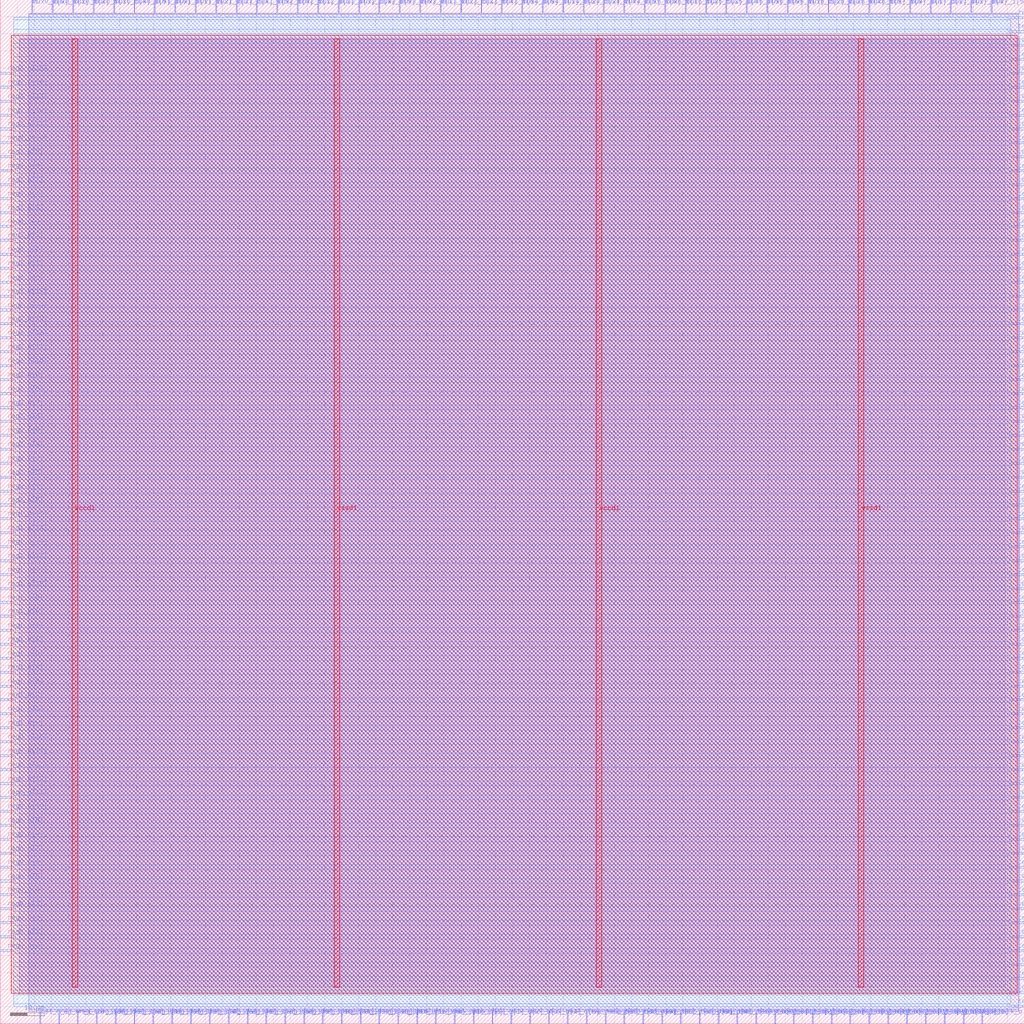
<source format=lef>
VERSION 5.7 ;
  NOWIREEXTENSIONATPIN ON ;
  DIVIDERCHAR "/" ;
  BUSBITCHARS "[]" ;
MACRO config_reg_mux
  CLASS BLOCK ;
  FOREIGN config_reg_mux ;
  ORIGIN 0.000 0.000 ;
  SIZE 300.000 BY 300.000 ;
  PIN loopback_i
    DIRECTION INPUT ;
    USE SIGNAL ;
    PORT
      LAYER met2 ;
        RECT 282.070 0.000 282.350 4.000 ;
    END
  END loopback_i
  PIN loopback_o
    DIRECTION OUTPUT TRISTATE ;
    USE SIGNAL ;
    PORT
      LAYER met2 ;
        RECT 287.590 0.000 287.870 4.000 ;
    END
  END loopback_o
  PIN mux0_i[0]
    DIRECTION INPUT ;
    USE SIGNAL ;
    PORT
      LAYER met2 ;
        RECT 9.290 296.000 9.570 300.000 ;
    END
  END mux0_i[0]
  PIN mux0_i[1]
    DIRECTION INPUT ;
    USE SIGNAL ;
    PORT
      LAYER met2 ;
        RECT 15.270 296.000 15.550 300.000 ;
    END
  END mux0_i[1]
  PIN mux0_i[2]
    DIRECTION INPUT ;
    USE SIGNAL ;
    PORT
      LAYER met2 ;
        RECT 21.250 296.000 21.530 300.000 ;
    END
  END mux0_i[2]
  PIN mux0_i[3]
    DIRECTION INPUT ;
    USE SIGNAL ;
    PORT
      LAYER met2 ;
        RECT 27.230 296.000 27.510 300.000 ;
    END
  END mux0_i[3]
  PIN mux0_i[4]
    DIRECTION INPUT ;
    USE SIGNAL ;
    PORT
      LAYER met2 ;
        RECT 33.210 296.000 33.490 300.000 ;
    END
  END mux0_i[4]
  PIN mux0_i[5]
    DIRECTION INPUT ;
    USE SIGNAL ;
    PORT
      LAYER met2 ;
        RECT 39.190 296.000 39.470 300.000 ;
    END
  END mux0_i[5]
  PIN mux1_i[0]
    DIRECTION INPUT ;
    USE SIGNAL ;
    PORT
      LAYER met2 ;
        RECT 45.170 296.000 45.450 300.000 ;
    END
  END mux1_i[0]
  PIN mux1_i[1]
    DIRECTION INPUT ;
    USE SIGNAL ;
    PORT
      LAYER met2 ;
        RECT 51.150 296.000 51.430 300.000 ;
    END
  END mux1_i[1]
  PIN mux1_i[2]
    DIRECTION INPUT ;
    USE SIGNAL ;
    PORT
      LAYER met2 ;
        RECT 57.130 296.000 57.410 300.000 ;
    END
  END mux1_i[2]
  PIN mux1_i[3]
    DIRECTION INPUT ;
    USE SIGNAL ;
    PORT
      LAYER met2 ;
        RECT 63.110 296.000 63.390 300.000 ;
    END
  END mux1_i[3]
  PIN mux1_i[4]
    DIRECTION INPUT ;
    USE SIGNAL ;
    PORT
      LAYER met2 ;
        RECT 69.090 296.000 69.370 300.000 ;
    END
  END mux1_i[4]
  PIN mux1_i[5]
    DIRECTION INPUT ;
    USE SIGNAL ;
    PORT
      LAYER met2 ;
        RECT 75.070 296.000 75.350 300.000 ;
    END
  END mux1_i[5]
  PIN mux2_i[0]
    DIRECTION INPUT ;
    USE SIGNAL ;
    PORT
      LAYER met2 ;
        RECT 81.050 296.000 81.330 300.000 ;
    END
  END mux2_i[0]
  PIN mux2_i[1]
    DIRECTION INPUT ;
    USE SIGNAL ;
    PORT
      LAYER met2 ;
        RECT 87.030 296.000 87.310 300.000 ;
    END
  END mux2_i[1]
  PIN mux2_i[2]
    DIRECTION INPUT ;
    USE SIGNAL ;
    PORT
      LAYER met2 ;
        RECT 93.010 296.000 93.290 300.000 ;
    END
  END mux2_i[2]
  PIN mux2_i[3]
    DIRECTION INPUT ;
    USE SIGNAL ;
    PORT
      LAYER met2 ;
        RECT 98.990 296.000 99.270 300.000 ;
    END
  END mux2_i[3]
  PIN mux2_i[4]
    DIRECTION INPUT ;
    USE SIGNAL ;
    PORT
      LAYER met2 ;
        RECT 104.970 296.000 105.250 300.000 ;
    END
  END mux2_i[4]
  PIN mux2_i[5]
    DIRECTION INPUT ;
    USE SIGNAL ;
    PORT
      LAYER met2 ;
        RECT 110.950 296.000 111.230 300.000 ;
    END
  END mux2_i[5]
  PIN mux3_i[0]
    DIRECTION INPUT ;
    USE SIGNAL ;
    PORT
      LAYER met2 ;
        RECT 116.930 296.000 117.210 300.000 ;
    END
  END mux3_i[0]
  PIN mux3_i[1]
    DIRECTION INPUT ;
    USE SIGNAL ;
    PORT
      LAYER met2 ;
        RECT 122.910 296.000 123.190 300.000 ;
    END
  END mux3_i[1]
  PIN mux3_i[2]
    DIRECTION INPUT ;
    USE SIGNAL ;
    PORT
      LAYER met2 ;
        RECT 128.890 296.000 129.170 300.000 ;
    END
  END mux3_i[2]
  PIN mux3_i[3]
    DIRECTION INPUT ;
    USE SIGNAL ;
    PORT
      LAYER met2 ;
        RECT 134.870 296.000 135.150 300.000 ;
    END
  END mux3_i[3]
  PIN mux3_i[4]
    DIRECTION INPUT ;
    USE SIGNAL ;
    PORT
      LAYER met2 ;
        RECT 140.850 296.000 141.130 300.000 ;
    END
  END mux3_i[4]
  PIN mux3_i[5]
    DIRECTION INPUT ;
    USE SIGNAL ;
    PORT
      LAYER met2 ;
        RECT 146.830 296.000 147.110 300.000 ;
    END
  END mux3_i[5]
  PIN mux4_i[0]
    DIRECTION INPUT ;
    USE SIGNAL ;
    PORT
      LAYER met2 ;
        RECT 152.810 296.000 153.090 300.000 ;
    END
  END mux4_i[0]
  PIN mux4_i[1]
    DIRECTION INPUT ;
    USE SIGNAL ;
    PORT
      LAYER met2 ;
        RECT 158.790 296.000 159.070 300.000 ;
    END
  END mux4_i[1]
  PIN mux4_i[2]
    DIRECTION INPUT ;
    USE SIGNAL ;
    PORT
      LAYER met2 ;
        RECT 164.770 296.000 165.050 300.000 ;
    END
  END mux4_i[2]
  PIN mux4_i[3]
    DIRECTION INPUT ;
    USE SIGNAL ;
    PORT
      LAYER met2 ;
        RECT 170.750 296.000 171.030 300.000 ;
    END
  END mux4_i[3]
  PIN mux4_i[4]
    DIRECTION INPUT ;
    USE SIGNAL ;
    PORT
      LAYER met2 ;
        RECT 176.730 296.000 177.010 300.000 ;
    END
  END mux4_i[4]
  PIN mux4_i[5]
    DIRECTION INPUT ;
    USE SIGNAL ;
    PORT
      LAYER met2 ;
        RECT 182.710 296.000 182.990 300.000 ;
    END
  END mux4_i[5]
  PIN mux5_i[0]
    DIRECTION INPUT ;
    USE SIGNAL ;
    PORT
      LAYER met2 ;
        RECT 188.690 296.000 188.970 300.000 ;
    END
  END mux5_i[0]
  PIN mux5_i[1]
    DIRECTION INPUT ;
    USE SIGNAL ;
    PORT
      LAYER met2 ;
        RECT 194.670 296.000 194.950 300.000 ;
    END
  END mux5_i[1]
  PIN mux5_i[2]
    DIRECTION INPUT ;
    USE SIGNAL ;
    PORT
      LAYER met2 ;
        RECT 200.650 296.000 200.930 300.000 ;
    END
  END mux5_i[2]
  PIN mux5_i[3]
    DIRECTION INPUT ;
    USE SIGNAL ;
    PORT
      LAYER met2 ;
        RECT 206.630 296.000 206.910 300.000 ;
    END
  END mux5_i[3]
  PIN mux5_i[4]
    DIRECTION INPUT ;
    USE SIGNAL ;
    PORT
      LAYER met2 ;
        RECT 212.610 296.000 212.890 300.000 ;
    END
  END mux5_i[4]
  PIN mux5_i[5]
    DIRECTION INPUT ;
    USE SIGNAL ;
    PORT
      LAYER met2 ;
        RECT 218.590 296.000 218.870 300.000 ;
    END
  END mux5_i[5]
  PIN mux6_i[0]
    DIRECTION INPUT ;
    USE SIGNAL ;
    PORT
      LAYER met2 ;
        RECT 224.570 296.000 224.850 300.000 ;
    END
  END mux6_i[0]
  PIN mux6_i[1]
    DIRECTION INPUT ;
    USE SIGNAL ;
    PORT
      LAYER met2 ;
        RECT 230.550 296.000 230.830 300.000 ;
    END
  END mux6_i[1]
  PIN mux6_i[2]
    DIRECTION INPUT ;
    USE SIGNAL ;
    PORT
      LAYER met2 ;
        RECT 236.530 296.000 236.810 300.000 ;
    END
  END mux6_i[2]
  PIN mux6_i[3]
    DIRECTION INPUT ;
    USE SIGNAL ;
    PORT
      LAYER met2 ;
        RECT 242.510 296.000 242.790 300.000 ;
    END
  END mux6_i[3]
  PIN mux6_i[4]
    DIRECTION INPUT ;
    USE SIGNAL ;
    PORT
      LAYER met2 ;
        RECT 248.490 296.000 248.770 300.000 ;
    END
  END mux6_i[4]
  PIN mux6_i[5]
    DIRECTION INPUT ;
    USE SIGNAL ;
    PORT
      LAYER met2 ;
        RECT 254.470 296.000 254.750 300.000 ;
    END
  END mux6_i[5]
  PIN mux7_i[0]
    DIRECTION INPUT ;
    USE SIGNAL ;
    PORT
      LAYER met2 ;
        RECT 260.450 296.000 260.730 300.000 ;
    END
  END mux7_i[0]
  PIN mux7_i[1]
    DIRECTION INPUT ;
    USE SIGNAL ;
    PORT
      LAYER met2 ;
        RECT 266.430 296.000 266.710 300.000 ;
    END
  END mux7_i[1]
  PIN mux7_i[2]
    DIRECTION INPUT ;
    USE SIGNAL ;
    PORT
      LAYER met2 ;
        RECT 272.410 296.000 272.690 300.000 ;
    END
  END mux7_i[2]
  PIN mux7_i[3]
    DIRECTION INPUT ;
    USE SIGNAL ;
    PORT
      LAYER met2 ;
        RECT 278.390 296.000 278.670 300.000 ;
    END
  END mux7_i[3]
  PIN mux7_i[4]
    DIRECTION INPUT ;
    USE SIGNAL ;
    PORT
      LAYER met2 ;
        RECT 284.370 296.000 284.650 300.000 ;
    END
  END mux7_i[4]
  PIN mux7_i[5]
    DIRECTION INPUT ;
    USE SIGNAL ;
    PORT
      LAYER met2 ;
        RECT 290.350 296.000 290.630 300.000 ;
    END
  END mux7_i[5]
  PIN mux_adr_i[0]
    DIRECTION INPUT ;
    USE SIGNAL ;
    PORT
      LAYER met2 ;
        RECT 121.990 0.000 122.270 4.000 ;
    END
  END mux_adr_i[0]
  PIN mux_adr_i[1]
    DIRECTION INPUT ;
    USE SIGNAL ;
    PORT
      LAYER met2 ;
        RECT 127.510 0.000 127.790 4.000 ;
    END
  END mux_adr_i[1]
  PIN mux_adr_i[2]
    DIRECTION INPUT ;
    USE SIGNAL ;
    PORT
      LAYER met2 ;
        RECT 133.030 0.000 133.310 4.000 ;
    END
  END mux_adr_i[2]
  PIN mux_o[0]
    DIRECTION OUTPUT TRISTATE ;
    USE SIGNAL ;
    PORT
      LAYER met2 ;
        RECT 138.550 0.000 138.830 4.000 ;
    END
  END mux_o[0]
  PIN mux_o[1]
    DIRECTION OUTPUT TRISTATE ;
    USE SIGNAL ;
    PORT
      LAYER met2 ;
        RECT 144.070 0.000 144.350 4.000 ;
    END
  END mux_o[1]
  PIN mux_o[2]
    DIRECTION OUTPUT TRISTATE ;
    USE SIGNAL ;
    PORT
      LAYER met2 ;
        RECT 149.590 0.000 149.870 4.000 ;
    END
  END mux_o[2]
  PIN mux_o[3]
    DIRECTION OUTPUT TRISTATE ;
    USE SIGNAL ;
    PORT
      LAYER met2 ;
        RECT 155.110 0.000 155.390 4.000 ;
    END
  END mux_o[3]
  PIN mux_o[4]
    DIRECTION OUTPUT TRISTATE ;
    USE SIGNAL ;
    PORT
      LAYER met2 ;
        RECT 160.630 0.000 160.910 4.000 ;
    END
  END mux_o[4]
  PIN mux_o[5]
    DIRECTION OUTPUT TRISTATE ;
    USE SIGNAL ;
    PORT
      LAYER met2 ;
        RECT 166.150 0.000 166.430 4.000 ;
    END
  END mux_o[5]
  PIN reg0_o[0]
    DIRECTION OUTPUT TRISTATE ;
    USE SIGNAL ;
    PORT
      LAYER met3 ;
        RECT 0.000 21.120 4.000 21.720 ;
    END
  END reg0_o[0]
  PIN reg0_o[10]
    DIRECTION OUTPUT TRISTATE ;
    USE SIGNAL ;
    PORT
      LAYER met3 ;
        RECT 0.000 61.920 4.000 62.520 ;
    END
  END reg0_o[10]
  PIN reg0_o[11]
    DIRECTION OUTPUT TRISTATE ;
    USE SIGNAL ;
    PORT
      LAYER met3 ;
        RECT 0.000 66.000 4.000 66.600 ;
    END
  END reg0_o[11]
  PIN reg0_o[12]
    DIRECTION OUTPUT TRISTATE ;
    USE SIGNAL ;
    PORT
      LAYER met3 ;
        RECT 0.000 70.080 4.000 70.680 ;
    END
  END reg0_o[12]
  PIN reg0_o[13]
    DIRECTION OUTPUT TRISTATE ;
    USE SIGNAL ;
    PORT
      LAYER met3 ;
        RECT 0.000 74.160 4.000 74.760 ;
    END
  END reg0_o[13]
  PIN reg0_o[14]
    DIRECTION OUTPUT TRISTATE ;
    USE SIGNAL ;
    PORT
      LAYER met3 ;
        RECT 0.000 78.240 4.000 78.840 ;
    END
  END reg0_o[14]
  PIN reg0_o[15]
    DIRECTION OUTPUT TRISTATE ;
    USE SIGNAL ;
    PORT
      LAYER met3 ;
        RECT 0.000 82.320 4.000 82.920 ;
    END
  END reg0_o[15]
  PIN reg0_o[1]
    DIRECTION OUTPUT TRISTATE ;
    USE SIGNAL ;
    PORT
      LAYER met3 ;
        RECT 0.000 25.200 4.000 25.800 ;
    END
  END reg0_o[1]
  PIN reg0_o[2]
    DIRECTION OUTPUT TRISTATE ;
    USE SIGNAL ;
    PORT
      LAYER met3 ;
        RECT 0.000 29.280 4.000 29.880 ;
    END
  END reg0_o[2]
  PIN reg0_o[3]
    DIRECTION OUTPUT TRISTATE ;
    USE SIGNAL ;
    PORT
      LAYER met3 ;
        RECT 0.000 33.360 4.000 33.960 ;
    END
  END reg0_o[3]
  PIN reg0_o[4]
    DIRECTION OUTPUT TRISTATE ;
    USE SIGNAL ;
    PORT
      LAYER met3 ;
        RECT 0.000 37.440 4.000 38.040 ;
    END
  END reg0_o[4]
  PIN reg0_o[5]
    DIRECTION OUTPUT TRISTATE ;
    USE SIGNAL ;
    PORT
      LAYER met3 ;
        RECT 0.000 41.520 4.000 42.120 ;
    END
  END reg0_o[5]
  PIN reg0_o[6]
    DIRECTION OUTPUT TRISTATE ;
    USE SIGNAL ;
    PORT
      LAYER met3 ;
        RECT 0.000 45.600 4.000 46.200 ;
    END
  END reg0_o[6]
  PIN reg0_o[7]
    DIRECTION OUTPUT TRISTATE ;
    USE SIGNAL ;
    PORT
      LAYER met3 ;
        RECT 0.000 49.680 4.000 50.280 ;
    END
  END reg0_o[7]
  PIN reg0_o[8]
    DIRECTION OUTPUT TRISTATE ;
    USE SIGNAL ;
    PORT
      LAYER met3 ;
        RECT 0.000 53.760 4.000 54.360 ;
    END
  END reg0_o[8]
  PIN reg0_o[9]
    DIRECTION OUTPUT TRISTATE ;
    USE SIGNAL ;
    PORT
      LAYER met3 ;
        RECT 0.000 57.840 4.000 58.440 ;
    END
  END reg0_o[9]
  PIN reg1_o[0]
    DIRECTION OUTPUT TRISTATE ;
    USE SIGNAL ;
    PORT
      LAYER met3 ;
        RECT 0.000 86.400 4.000 87.000 ;
    END
  END reg1_o[0]
  PIN reg1_o[10]
    DIRECTION OUTPUT TRISTATE ;
    USE SIGNAL ;
    PORT
      LAYER met3 ;
        RECT 0.000 127.200 4.000 127.800 ;
    END
  END reg1_o[10]
  PIN reg1_o[11]
    DIRECTION OUTPUT TRISTATE ;
    USE SIGNAL ;
    PORT
      LAYER met3 ;
        RECT 0.000 131.280 4.000 131.880 ;
    END
  END reg1_o[11]
  PIN reg1_o[12]
    DIRECTION OUTPUT TRISTATE ;
    USE SIGNAL ;
    PORT
      LAYER met3 ;
        RECT 0.000 135.360 4.000 135.960 ;
    END
  END reg1_o[12]
  PIN reg1_o[13]
    DIRECTION OUTPUT TRISTATE ;
    USE SIGNAL ;
    PORT
      LAYER met3 ;
        RECT 0.000 139.440 4.000 140.040 ;
    END
  END reg1_o[13]
  PIN reg1_o[14]
    DIRECTION OUTPUT TRISTATE ;
    USE SIGNAL ;
    PORT
      LAYER met3 ;
        RECT 0.000 143.520 4.000 144.120 ;
    END
  END reg1_o[14]
  PIN reg1_o[15]
    DIRECTION OUTPUT TRISTATE ;
    USE SIGNAL ;
    PORT
      LAYER met3 ;
        RECT 0.000 147.600 4.000 148.200 ;
    END
  END reg1_o[15]
  PIN reg1_o[1]
    DIRECTION OUTPUT TRISTATE ;
    USE SIGNAL ;
    PORT
      LAYER met3 ;
        RECT 0.000 90.480 4.000 91.080 ;
    END
  END reg1_o[1]
  PIN reg1_o[2]
    DIRECTION OUTPUT TRISTATE ;
    USE SIGNAL ;
    PORT
      LAYER met3 ;
        RECT 0.000 94.560 4.000 95.160 ;
    END
  END reg1_o[2]
  PIN reg1_o[3]
    DIRECTION OUTPUT TRISTATE ;
    USE SIGNAL ;
    PORT
      LAYER met3 ;
        RECT 0.000 98.640 4.000 99.240 ;
    END
  END reg1_o[3]
  PIN reg1_o[4]
    DIRECTION OUTPUT TRISTATE ;
    USE SIGNAL ;
    PORT
      LAYER met3 ;
        RECT 0.000 102.720 4.000 103.320 ;
    END
  END reg1_o[4]
  PIN reg1_o[5]
    DIRECTION OUTPUT TRISTATE ;
    USE SIGNAL ;
    PORT
      LAYER met3 ;
        RECT 0.000 106.800 4.000 107.400 ;
    END
  END reg1_o[5]
  PIN reg1_o[6]
    DIRECTION OUTPUT TRISTATE ;
    USE SIGNAL ;
    PORT
      LAYER met3 ;
        RECT 0.000 110.880 4.000 111.480 ;
    END
  END reg1_o[6]
  PIN reg1_o[7]
    DIRECTION OUTPUT TRISTATE ;
    USE SIGNAL ;
    PORT
      LAYER met3 ;
        RECT 0.000 114.960 4.000 115.560 ;
    END
  END reg1_o[7]
  PIN reg1_o[8]
    DIRECTION OUTPUT TRISTATE ;
    USE SIGNAL ;
    PORT
      LAYER met3 ;
        RECT 0.000 119.040 4.000 119.640 ;
    END
  END reg1_o[8]
  PIN reg1_o[9]
    DIRECTION OUTPUT TRISTATE ;
    USE SIGNAL ;
    PORT
      LAYER met3 ;
        RECT 0.000 123.120 4.000 123.720 ;
    END
  END reg1_o[9]
  PIN reg2_o[0]
    DIRECTION OUTPUT TRISTATE ;
    USE SIGNAL ;
    PORT
      LAYER met3 ;
        RECT 0.000 151.680 4.000 152.280 ;
    END
  END reg2_o[0]
  PIN reg2_o[10]
    DIRECTION OUTPUT TRISTATE ;
    USE SIGNAL ;
    PORT
      LAYER met3 ;
        RECT 0.000 192.480 4.000 193.080 ;
    END
  END reg2_o[10]
  PIN reg2_o[11]
    DIRECTION OUTPUT TRISTATE ;
    USE SIGNAL ;
    PORT
      LAYER met3 ;
        RECT 0.000 196.560 4.000 197.160 ;
    END
  END reg2_o[11]
  PIN reg2_o[12]
    DIRECTION OUTPUT TRISTATE ;
    USE SIGNAL ;
    PORT
      LAYER met3 ;
        RECT 0.000 200.640 4.000 201.240 ;
    END
  END reg2_o[12]
  PIN reg2_o[13]
    DIRECTION OUTPUT TRISTATE ;
    USE SIGNAL ;
    PORT
      LAYER met3 ;
        RECT 0.000 204.720 4.000 205.320 ;
    END
  END reg2_o[13]
  PIN reg2_o[14]
    DIRECTION OUTPUT TRISTATE ;
    USE SIGNAL ;
    PORT
      LAYER met3 ;
        RECT 0.000 208.800 4.000 209.400 ;
    END
  END reg2_o[14]
  PIN reg2_o[15]
    DIRECTION OUTPUT TRISTATE ;
    USE SIGNAL ;
    PORT
      LAYER met3 ;
        RECT 0.000 212.880 4.000 213.480 ;
    END
  END reg2_o[15]
  PIN reg2_o[1]
    DIRECTION OUTPUT TRISTATE ;
    USE SIGNAL ;
    PORT
      LAYER met3 ;
        RECT 0.000 155.760 4.000 156.360 ;
    END
  END reg2_o[1]
  PIN reg2_o[2]
    DIRECTION OUTPUT TRISTATE ;
    USE SIGNAL ;
    PORT
      LAYER met3 ;
        RECT 0.000 159.840 4.000 160.440 ;
    END
  END reg2_o[2]
  PIN reg2_o[3]
    DIRECTION OUTPUT TRISTATE ;
    USE SIGNAL ;
    PORT
      LAYER met3 ;
        RECT 0.000 163.920 4.000 164.520 ;
    END
  END reg2_o[3]
  PIN reg2_o[4]
    DIRECTION OUTPUT TRISTATE ;
    USE SIGNAL ;
    PORT
      LAYER met3 ;
        RECT 0.000 168.000 4.000 168.600 ;
    END
  END reg2_o[4]
  PIN reg2_o[5]
    DIRECTION OUTPUT TRISTATE ;
    USE SIGNAL ;
    PORT
      LAYER met3 ;
        RECT 0.000 172.080 4.000 172.680 ;
    END
  END reg2_o[5]
  PIN reg2_o[6]
    DIRECTION OUTPUT TRISTATE ;
    USE SIGNAL ;
    PORT
      LAYER met3 ;
        RECT 0.000 176.160 4.000 176.760 ;
    END
  END reg2_o[6]
  PIN reg2_o[7]
    DIRECTION OUTPUT TRISTATE ;
    USE SIGNAL ;
    PORT
      LAYER met3 ;
        RECT 0.000 180.240 4.000 180.840 ;
    END
  END reg2_o[7]
  PIN reg2_o[8]
    DIRECTION OUTPUT TRISTATE ;
    USE SIGNAL ;
    PORT
      LAYER met3 ;
        RECT 0.000 184.320 4.000 184.920 ;
    END
  END reg2_o[8]
  PIN reg2_o[9]
    DIRECTION OUTPUT TRISTATE ;
    USE SIGNAL ;
    PORT
      LAYER met3 ;
        RECT 0.000 188.400 4.000 189.000 ;
    END
  END reg2_o[9]
  PIN reg3_o[0]
    DIRECTION OUTPUT TRISTATE ;
    USE SIGNAL ;
    PORT
      LAYER met3 ;
        RECT 0.000 216.960 4.000 217.560 ;
    END
  END reg3_o[0]
  PIN reg3_o[10]
    DIRECTION OUTPUT TRISTATE ;
    USE SIGNAL ;
    PORT
      LAYER met3 ;
        RECT 0.000 257.760 4.000 258.360 ;
    END
  END reg3_o[10]
  PIN reg3_o[11]
    DIRECTION OUTPUT TRISTATE ;
    USE SIGNAL ;
    PORT
      LAYER met3 ;
        RECT 0.000 261.840 4.000 262.440 ;
    END
  END reg3_o[11]
  PIN reg3_o[12]
    DIRECTION OUTPUT TRISTATE ;
    USE SIGNAL ;
    PORT
      LAYER met3 ;
        RECT 0.000 265.920 4.000 266.520 ;
    END
  END reg3_o[12]
  PIN reg3_o[13]
    DIRECTION OUTPUT TRISTATE ;
    USE SIGNAL ;
    PORT
      LAYER met3 ;
        RECT 0.000 270.000 4.000 270.600 ;
    END
  END reg3_o[13]
  PIN reg3_o[14]
    DIRECTION OUTPUT TRISTATE ;
    USE SIGNAL ;
    PORT
      LAYER met3 ;
        RECT 0.000 274.080 4.000 274.680 ;
    END
  END reg3_o[14]
  PIN reg3_o[15]
    DIRECTION OUTPUT TRISTATE ;
    USE SIGNAL ;
    PORT
      LAYER met3 ;
        RECT 0.000 278.160 4.000 278.760 ;
    END
  END reg3_o[15]
  PIN reg3_o[1]
    DIRECTION OUTPUT TRISTATE ;
    USE SIGNAL ;
    PORT
      LAYER met3 ;
        RECT 0.000 221.040 4.000 221.640 ;
    END
  END reg3_o[1]
  PIN reg3_o[2]
    DIRECTION OUTPUT TRISTATE ;
    USE SIGNAL ;
    PORT
      LAYER met3 ;
        RECT 0.000 225.120 4.000 225.720 ;
    END
  END reg3_o[2]
  PIN reg3_o[3]
    DIRECTION OUTPUT TRISTATE ;
    USE SIGNAL ;
    PORT
      LAYER met3 ;
        RECT 0.000 229.200 4.000 229.800 ;
    END
  END reg3_o[3]
  PIN reg3_o[4]
    DIRECTION OUTPUT TRISTATE ;
    USE SIGNAL ;
    PORT
      LAYER met3 ;
        RECT 0.000 233.280 4.000 233.880 ;
    END
  END reg3_o[4]
  PIN reg3_o[5]
    DIRECTION OUTPUT TRISTATE ;
    USE SIGNAL ;
    PORT
      LAYER met3 ;
        RECT 0.000 237.360 4.000 237.960 ;
    END
  END reg3_o[5]
  PIN reg3_o[6]
    DIRECTION OUTPUT TRISTATE ;
    USE SIGNAL ;
    PORT
      LAYER met3 ;
        RECT 0.000 241.440 4.000 242.040 ;
    END
  END reg3_o[6]
  PIN reg3_o[7]
    DIRECTION OUTPUT TRISTATE ;
    USE SIGNAL ;
    PORT
      LAYER met3 ;
        RECT 0.000 245.520 4.000 246.120 ;
    END
  END reg3_o[7]
  PIN reg3_o[8]
    DIRECTION OUTPUT TRISTATE ;
    USE SIGNAL ;
    PORT
      LAYER met3 ;
        RECT 0.000 249.600 4.000 250.200 ;
    END
  END reg3_o[8]
  PIN reg3_o[9]
    DIRECTION OUTPUT TRISTATE ;
    USE SIGNAL ;
    PORT
      LAYER met3 ;
        RECT 0.000 253.680 4.000 254.280 ;
    END
  END reg3_o[9]
  PIN reg_adr_i[0]
    DIRECTION INPUT ;
    USE SIGNAL ;
    PORT
      LAYER met2 ;
        RECT 22.630 0.000 22.910 4.000 ;
    END
  END reg_adr_i[0]
  PIN reg_adr_i[1]
    DIRECTION INPUT ;
    USE SIGNAL ;
    PORT
      LAYER met2 ;
        RECT 28.150 0.000 28.430 4.000 ;
    END
  END reg_adr_i[1]
  PIN reg_dat_i[0]
    DIRECTION INPUT ;
    USE SIGNAL ;
    PORT
      LAYER met2 ;
        RECT 33.670 0.000 33.950 4.000 ;
    END
  END reg_dat_i[0]
  PIN reg_dat_i[10]
    DIRECTION INPUT ;
    USE SIGNAL ;
    PORT
      LAYER met2 ;
        RECT 88.870 0.000 89.150 4.000 ;
    END
  END reg_dat_i[10]
  PIN reg_dat_i[11]
    DIRECTION INPUT ;
    USE SIGNAL ;
    PORT
      LAYER met2 ;
        RECT 94.390 0.000 94.670 4.000 ;
    END
  END reg_dat_i[11]
  PIN reg_dat_i[12]
    DIRECTION INPUT ;
    USE SIGNAL ;
    PORT
      LAYER met2 ;
        RECT 99.910 0.000 100.190 4.000 ;
    END
  END reg_dat_i[12]
  PIN reg_dat_i[13]
    DIRECTION INPUT ;
    USE SIGNAL ;
    PORT
      LAYER met2 ;
        RECT 105.430 0.000 105.710 4.000 ;
    END
  END reg_dat_i[13]
  PIN reg_dat_i[14]
    DIRECTION INPUT ;
    USE SIGNAL ;
    PORT
      LAYER met2 ;
        RECT 110.950 0.000 111.230 4.000 ;
    END
  END reg_dat_i[14]
  PIN reg_dat_i[15]
    DIRECTION INPUT ;
    USE SIGNAL ;
    PORT
      LAYER met2 ;
        RECT 116.470 0.000 116.750 4.000 ;
    END
  END reg_dat_i[15]
  PIN reg_dat_i[1]
    DIRECTION INPUT ;
    USE SIGNAL ;
    PORT
      LAYER met2 ;
        RECT 39.190 0.000 39.470 4.000 ;
    END
  END reg_dat_i[1]
  PIN reg_dat_i[2]
    DIRECTION INPUT ;
    USE SIGNAL ;
    PORT
      LAYER met2 ;
        RECT 44.710 0.000 44.990 4.000 ;
    END
  END reg_dat_i[2]
  PIN reg_dat_i[3]
    DIRECTION INPUT ;
    USE SIGNAL ;
    PORT
      LAYER met2 ;
        RECT 50.230 0.000 50.510 4.000 ;
    END
  END reg_dat_i[3]
  PIN reg_dat_i[4]
    DIRECTION INPUT ;
    USE SIGNAL ;
    PORT
      LAYER met2 ;
        RECT 55.750 0.000 56.030 4.000 ;
    END
  END reg_dat_i[4]
  PIN reg_dat_i[5]
    DIRECTION INPUT ;
    USE SIGNAL ;
    PORT
      LAYER met2 ;
        RECT 61.270 0.000 61.550 4.000 ;
    END
  END reg_dat_i[5]
  PIN reg_dat_i[6]
    DIRECTION INPUT ;
    USE SIGNAL ;
    PORT
      LAYER met2 ;
        RECT 66.790 0.000 67.070 4.000 ;
    END
  END reg_dat_i[6]
  PIN reg_dat_i[7]
    DIRECTION INPUT ;
    USE SIGNAL ;
    PORT
      LAYER met2 ;
        RECT 72.310 0.000 72.590 4.000 ;
    END
  END reg_dat_i[7]
  PIN reg_dat_i[8]
    DIRECTION INPUT ;
    USE SIGNAL ;
    PORT
      LAYER met2 ;
        RECT 77.830 0.000 78.110 4.000 ;
    END
  END reg_dat_i[8]
  PIN reg_dat_i[9]
    DIRECTION INPUT ;
    USE SIGNAL ;
    PORT
      LAYER met2 ;
        RECT 83.350 0.000 83.630 4.000 ;
    END
  END reg_dat_i[9]
  PIN reg_wr_i
    DIRECTION INPUT ;
    USE SIGNAL ;
    PORT
      LAYER met2 ;
        RECT 17.110 0.000 17.390 4.000 ;
    END
  END reg_wr_i
  PIN rst_n_i
    DIRECTION INPUT ;
    USE SIGNAL ;
    PORT
      LAYER met2 ;
        RECT 11.590 0.000 11.870 4.000 ;
    END
  END rst_n_i
  PIN temp0_dac_i[0]
    DIRECTION INPUT ;
    USE SIGNAL ;
    PORT
      LAYER met3 ;
        RECT 296.000 4.800 300.000 5.400 ;
    END
  END temp0_dac_i[0]
  PIN temp0_dac_i[1]
    DIRECTION INPUT ;
    USE SIGNAL ;
    PORT
      LAYER met3 ;
        RECT 296.000 8.880 300.000 9.480 ;
    END
  END temp0_dac_i[1]
  PIN temp0_dac_i[2]
    DIRECTION INPUT ;
    USE SIGNAL ;
    PORT
      LAYER met3 ;
        RECT 296.000 12.960 300.000 13.560 ;
    END
  END temp0_dac_i[2]
  PIN temp0_dac_i[3]
    DIRECTION INPUT ;
    USE SIGNAL ;
    PORT
      LAYER met3 ;
        RECT 296.000 17.040 300.000 17.640 ;
    END
  END temp0_dac_i[3]
  PIN temp0_dac_i[4]
    DIRECTION INPUT ;
    USE SIGNAL ;
    PORT
      LAYER met3 ;
        RECT 296.000 21.120 300.000 21.720 ;
    END
  END temp0_dac_i[4]
  PIN temp0_dac_i[5]
    DIRECTION INPUT ;
    USE SIGNAL ;
    PORT
      LAYER met3 ;
        RECT 296.000 25.200 300.000 25.800 ;
    END
  END temp0_dac_i[5]
  PIN temp0_ticks_i[0]
    DIRECTION INPUT ;
    USE SIGNAL ;
    PORT
      LAYER met3 ;
        RECT 296.000 102.720 300.000 103.320 ;
    END
  END temp0_ticks_i[0]
  PIN temp0_ticks_i[10]
    DIRECTION INPUT ;
    USE SIGNAL ;
    PORT
      LAYER met3 ;
        RECT 296.000 143.520 300.000 144.120 ;
    END
  END temp0_ticks_i[10]
  PIN temp0_ticks_i[11]
    DIRECTION INPUT ;
    USE SIGNAL ;
    PORT
      LAYER met3 ;
        RECT 296.000 147.600 300.000 148.200 ;
    END
  END temp0_ticks_i[11]
  PIN temp0_ticks_i[1]
    DIRECTION INPUT ;
    USE SIGNAL ;
    PORT
      LAYER met3 ;
        RECT 296.000 106.800 300.000 107.400 ;
    END
  END temp0_ticks_i[1]
  PIN temp0_ticks_i[2]
    DIRECTION INPUT ;
    USE SIGNAL ;
    PORT
      LAYER met3 ;
        RECT 296.000 110.880 300.000 111.480 ;
    END
  END temp0_ticks_i[2]
  PIN temp0_ticks_i[3]
    DIRECTION INPUT ;
    USE SIGNAL ;
    PORT
      LAYER met3 ;
        RECT 296.000 114.960 300.000 115.560 ;
    END
  END temp0_ticks_i[3]
  PIN temp0_ticks_i[4]
    DIRECTION INPUT ;
    USE SIGNAL ;
    PORT
      LAYER met3 ;
        RECT 296.000 119.040 300.000 119.640 ;
    END
  END temp0_ticks_i[4]
  PIN temp0_ticks_i[5]
    DIRECTION INPUT ;
    USE SIGNAL ;
    PORT
      LAYER met3 ;
        RECT 296.000 123.120 300.000 123.720 ;
    END
  END temp0_ticks_i[5]
  PIN temp0_ticks_i[6]
    DIRECTION INPUT ;
    USE SIGNAL ;
    PORT
      LAYER met3 ;
        RECT 296.000 127.200 300.000 127.800 ;
    END
  END temp0_ticks_i[6]
  PIN temp0_ticks_i[7]
    DIRECTION INPUT ;
    USE SIGNAL ;
    PORT
      LAYER met3 ;
        RECT 296.000 131.280 300.000 131.880 ;
    END
  END temp0_ticks_i[7]
  PIN temp0_ticks_i[8]
    DIRECTION INPUT ;
    USE SIGNAL ;
    PORT
      LAYER met3 ;
        RECT 296.000 135.360 300.000 135.960 ;
    END
  END temp0_ticks_i[8]
  PIN temp0_ticks_i[9]
    DIRECTION INPUT ;
    USE SIGNAL ;
    PORT
      LAYER met3 ;
        RECT 296.000 139.440 300.000 140.040 ;
    END
  END temp0_ticks_i[9]
  PIN temp1_dac_i[0]
    DIRECTION INPUT ;
    USE SIGNAL ;
    PORT
      LAYER met3 ;
        RECT 296.000 29.280 300.000 29.880 ;
    END
  END temp1_dac_i[0]
  PIN temp1_dac_i[1]
    DIRECTION INPUT ;
    USE SIGNAL ;
    PORT
      LAYER met3 ;
        RECT 296.000 33.360 300.000 33.960 ;
    END
  END temp1_dac_i[1]
  PIN temp1_dac_i[2]
    DIRECTION INPUT ;
    USE SIGNAL ;
    PORT
      LAYER met3 ;
        RECT 296.000 37.440 300.000 38.040 ;
    END
  END temp1_dac_i[2]
  PIN temp1_dac_i[3]
    DIRECTION INPUT ;
    USE SIGNAL ;
    PORT
      LAYER met3 ;
        RECT 296.000 41.520 300.000 42.120 ;
    END
  END temp1_dac_i[3]
  PIN temp1_dac_i[4]
    DIRECTION INPUT ;
    USE SIGNAL ;
    PORT
      LAYER met3 ;
        RECT 296.000 45.600 300.000 46.200 ;
    END
  END temp1_dac_i[4]
  PIN temp1_dac_i[5]
    DIRECTION INPUT ;
    USE SIGNAL ;
    PORT
      LAYER met3 ;
        RECT 296.000 49.680 300.000 50.280 ;
    END
  END temp1_dac_i[5]
  PIN temp1_ticks_i[0]
    DIRECTION INPUT ;
    USE SIGNAL ;
    PORT
      LAYER met3 ;
        RECT 296.000 151.680 300.000 152.280 ;
    END
  END temp1_ticks_i[0]
  PIN temp1_ticks_i[10]
    DIRECTION INPUT ;
    USE SIGNAL ;
    PORT
      LAYER met3 ;
        RECT 296.000 192.480 300.000 193.080 ;
    END
  END temp1_ticks_i[10]
  PIN temp1_ticks_i[11]
    DIRECTION INPUT ;
    USE SIGNAL ;
    PORT
      LAYER met3 ;
        RECT 296.000 196.560 300.000 197.160 ;
    END
  END temp1_ticks_i[11]
  PIN temp1_ticks_i[1]
    DIRECTION INPUT ;
    USE SIGNAL ;
    PORT
      LAYER met3 ;
        RECT 296.000 155.760 300.000 156.360 ;
    END
  END temp1_ticks_i[1]
  PIN temp1_ticks_i[2]
    DIRECTION INPUT ;
    USE SIGNAL ;
    PORT
      LAYER met3 ;
        RECT 296.000 159.840 300.000 160.440 ;
    END
  END temp1_ticks_i[2]
  PIN temp1_ticks_i[3]
    DIRECTION INPUT ;
    USE SIGNAL ;
    PORT
      LAYER met3 ;
        RECT 296.000 163.920 300.000 164.520 ;
    END
  END temp1_ticks_i[3]
  PIN temp1_ticks_i[4]
    DIRECTION INPUT ;
    USE SIGNAL ;
    PORT
      LAYER met3 ;
        RECT 296.000 168.000 300.000 168.600 ;
    END
  END temp1_ticks_i[4]
  PIN temp1_ticks_i[5]
    DIRECTION INPUT ;
    USE SIGNAL ;
    PORT
      LAYER met3 ;
        RECT 296.000 172.080 300.000 172.680 ;
    END
  END temp1_ticks_i[5]
  PIN temp1_ticks_i[6]
    DIRECTION INPUT ;
    USE SIGNAL ;
    PORT
      LAYER met3 ;
        RECT 296.000 176.160 300.000 176.760 ;
    END
  END temp1_ticks_i[6]
  PIN temp1_ticks_i[7]
    DIRECTION INPUT ;
    USE SIGNAL ;
    PORT
      LAYER met3 ;
        RECT 296.000 180.240 300.000 180.840 ;
    END
  END temp1_ticks_i[7]
  PIN temp1_ticks_i[8]
    DIRECTION INPUT ;
    USE SIGNAL ;
    PORT
      LAYER met3 ;
        RECT 296.000 184.320 300.000 184.920 ;
    END
  END temp1_ticks_i[8]
  PIN temp1_ticks_i[9]
    DIRECTION INPUT ;
    USE SIGNAL ;
    PORT
      LAYER met3 ;
        RECT 296.000 188.400 300.000 189.000 ;
    END
  END temp1_ticks_i[9]
  PIN temp2_dac_i[0]
    DIRECTION INPUT ;
    USE SIGNAL ;
    PORT
      LAYER met3 ;
        RECT 296.000 53.760 300.000 54.360 ;
    END
  END temp2_dac_i[0]
  PIN temp2_dac_i[1]
    DIRECTION INPUT ;
    USE SIGNAL ;
    PORT
      LAYER met3 ;
        RECT 296.000 57.840 300.000 58.440 ;
    END
  END temp2_dac_i[1]
  PIN temp2_dac_i[2]
    DIRECTION INPUT ;
    USE SIGNAL ;
    PORT
      LAYER met3 ;
        RECT 296.000 61.920 300.000 62.520 ;
    END
  END temp2_dac_i[2]
  PIN temp2_dac_i[3]
    DIRECTION INPUT ;
    USE SIGNAL ;
    PORT
      LAYER met3 ;
        RECT 296.000 66.000 300.000 66.600 ;
    END
  END temp2_dac_i[3]
  PIN temp2_dac_i[4]
    DIRECTION INPUT ;
    USE SIGNAL ;
    PORT
      LAYER met3 ;
        RECT 296.000 70.080 300.000 70.680 ;
    END
  END temp2_dac_i[4]
  PIN temp2_dac_i[5]
    DIRECTION INPUT ;
    USE SIGNAL ;
    PORT
      LAYER met3 ;
        RECT 296.000 74.160 300.000 74.760 ;
    END
  END temp2_dac_i[5]
  PIN temp2_ticks_i[0]
    DIRECTION INPUT ;
    USE SIGNAL ;
    PORT
      LAYER met3 ;
        RECT 296.000 200.640 300.000 201.240 ;
    END
  END temp2_ticks_i[0]
  PIN temp2_ticks_i[10]
    DIRECTION INPUT ;
    USE SIGNAL ;
    PORT
      LAYER met3 ;
        RECT 296.000 241.440 300.000 242.040 ;
    END
  END temp2_ticks_i[10]
  PIN temp2_ticks_i[11]
    DIRECTION INPUT ;
    USE SIGNAL ;
    PORT
      LAYER met3 ;
        RECT 296.000 245.520 300.000 246.120 ;
    END
  END temp2_ticks_i[11]
  PIN temp2_ticks_i[1]
    DIRECTION INPUT ;
    USE SIGNAL ;
    PORT
      LAYER met3 ;
        RECT 296.000 204.720 300.000 205.320 ;
    END
  END temp2_ticks_i[1]
  PIN temp2_ticks_i[2]
    DIRECTION INPUT ;
    USE SIGNAL ;
    PORT
      LAYER met3 ;
        RECT 296.000 208.800 300.000 209.400 ;
    END
  END temp2_ticks_i[2]
  PIN temp2_ticks_i[3]
    DIRECTION INPUT ;
    USE SIGNAL ;
    PORT
      LAYER met3 ;
        RECT 296.000 212.880 300.000 213.480 ;
    END
  END temp2_ticks_i[3]
  PIN temp2_ticks_i[4]
    DIRECTION INPUT ;
    USE SIGNAL ;
    PORT
      LAYER met3 ;
        RECT 296.000 216.960 300.000 217.560 ;
    END
  END temp2_ticks_i[4]
  PIN temp2_ticks_i[5]
    DIRECTION INPUT ;
    USE SIGNAL ;
    PORT
      LAYER met3 ;
        RECT 296.000 221.040 300.000 221.640 ;
    END
  END temp2_ticks_i[5]
  PIN temp2_ticks_i[6]
    DIRECTION INPUT ;
    USE SIGNAL ;
    PORT
      LAYER met3 ;
        RECT 296.000 225.120 300.000 225.720 ;
    END
  END temp2_ticks_i[6]
  PIN temp2_ticks_i[7]
    DIRECTION INPUT ;
    USE SIGNAL ;
    PORT
      LAYER met3 ;
        RECT 296.000 229.200 300.000 229.800 ;
    END
  END temp2_ticks_i[7]
  PIN temp2_ticks_i[8]
    DIRECTION INPUT ;
    USE SIGNAL ;
    PORT
      LAYER met3 ;
        RECT 296.000 233.280 300.000 233.880 ;
    END
  END temp2_ticks_i[8]
  PIN temp2_ticks_i[9]
    DIRECTION INPUT ;
    USE SIGNAL ;
    PORT
      LAYER met3 ;
        RECT 296.000 237.360 300.000 237.960 ;
    END
  END temp2_ticks_i[9]
  PIN temp3_dac_i[0]
    DIRECTION INPUT ;
    USE SIGNAL ;
    PORT
      LAYER met3 ;
        RECT 296.000 78.240 300.000 78.840 ;
    END
  END temp3_dac_i[0]
  PIN temp3_dac_i[1]
    DIRECTION INPUT ;
    USE SIGNAL ;
    PORT
      LAYER met3 ;
        RECT 296.000 82.320 300.000 82.920 ;
    END
  END temp3_dac_i[1]
  PIN temp3_dac_i[2]
    DIRECTION INPUT ;
    USE SIGNAL ;
    PORT
      LAYER met3 ;
        RECT 296.000 86.400 300.000 87.000 ;
    END
  END temp3_dac_i[2]
  PIN temp3_dac_i[3]
    DIRECTION INPUT ;
    USE SIGNAL ;
    PORT
      LAYER met3 ;
        RECT 296.000 90.480 300.000 91.080 ;
    END
  END temp3_dac_i[3]
  PIN temp3_dac_i[4]
    DIRECTION INPUT ;
    USE SIGNAL ;
    PORT
      LAYER met3 ;
        RECT 296.000 94.560 300.000 95.160 ;
    END
  END temp3_dac_i[4]
  PIN temp3_dac_i[5]
    DIRECTION INPUT ;
    USE SIGNAL ;
    PORT
      LAYER met3 ;
        RECT 296.000 98.640 300.000 99.240 ;
    END
  END temp3_dac_i[5]
  PIN temp3_ticks_i[0]
    DIRECTION INPUT ;
    USE SIGNAL ;
    PORT
      LAYER met3 ;
        RECT 296.000 249.600 300.000 250.200 ;
    END
  END temp3_ticks_i[0]
  PIN temp3_ticks_i[10]
    DIRECTION INPUT ;
    USE SIGNAL ;
    PORT
      LAYER met3 ;
        RECT 296.000 290.400 300.000 291.000 ;
    END
  END temp3_ticks_i[10]
  PIN temp3_ticks_i[11]
    DIRECTION INPUT ;
    USE SIGNAL ;
    PORT
      LAYER met3 ;
        RECT 296.000 294.480 300.000 295.080 ;
    END
  END temp3_ticks_i[11]
  PIN temp3_ticks_i[1]
    DIRECTION INPUT ;
    USE SIGNAL ;
    PORT
      LAYER met3 ;
        RECT 296.000 253.680 300.000 254.280 ;
    END
  END temp3_ticks_i[1]
  PIN temp3_ticks_i[2]
    DIRECTION INPUT ;
    USE SIGNAL ;
    PORT
      LAYER met3 ;
        RECT 296.000 257.760 300.000 258.360 ;
    END
  END temp3_ticks_i[2]
  PIN temp3_ticks_i[3]
    DIRECTION INPUT ;
    USE SIGNAL ;
    PORT
      LAYER met3 ;
        RECT 296.000 261.840 300.000 262.440 ;
    END
  END temp3_ticks_i[3]
  PIN temp3_ticks_i[4]
    DIRECTION INPUT ;
    USE SIGNAL ;
    PORT
      LAYER met3 ;
        RECT 296.000 265.920 300.000 266.520 ;
    END
  END temp3_ticks_i[4]
  PIN temp3_ticks_i[5]
    DIRECTION INPUT ;
    USE SIGNAL ;
    PORT
      LAYER met3 ;
        RECT 296.000 270.000 300.000 270.600 ;
    END
  END temp3_ticks_i[5]
  PIN temp3_ticks_i[6]
    DIRECTION INPUT ;
    USE SIGNAL ;
    PORT
      LAYER met3 ;
        RECT 296.000 274.080 300.000 274.680 ;
    END
  END temp3_ticks_i[6]
  PIN temp3_ticks_i[7]
    DIRECTION INPUT ;
    USE SIGNAL ;
    PORT
      LAYER met3 ;
        RECT 296.000 278.160 300.000 278.760 ;
    END
  END temp3_ticks_i[7]
  PIN temp3_ticks_i[8]
    DIRECTION INPUT ;
    USE SIGNAL ;
    PORT
      LAYER met3 ;
        RECT 296.000 282.240 300.000 282.840 ;
    END
  END temp3_ticks_i[8]
  PIN temp3_ticks_i[9]
    DIRECTION INPUT ;
    USE SIGNAL ;
    PORT
      LAYER met3 ;
        RECT 296.000 286.320 300.000 286.920 ;
    END
  END temp3_ticks_i[9]
  PIN temp_dac_o[0]
    DIRECTION OUTPUT TRISTATE ;
    USE SIGNAL ;
    PORT
      LAYER met2 ;
        RECT 182.710 0.000 182.990 4.000 ;
    END
  END temp_dac_o[0]
  PIN temp_dac_o[1]
    DIRECTION OUTPUT TRISTATE ;
    USE SIGNAL ;
    PORT
      LAYER met2 ;
        RECT 188.230 0.000 188.510 4.000 ;
    END
  END temp_dac_o[1]
  PIN temp_dac_o[2]
    DIRECTION OUTPUT TRISTATE ;
    USE SIGNAL ;
    PORT
      LAYER met2 ;
        RECT 193.750 0.000 194.030 4.000 ;
    END
  END temp_dac_o[2]
  PIN temp_dac_o[3]
    DIRECTION OUTPUT TRISTATE ;
    USE SIGNAL ;
    PORT
      LAYER met2 ;
        RECT 199.270 0.000 199.550 4.000 ;
    END
  END temp_dac_o[3]
  PIN temp_dac_o[4]
    DIRECTION OUTPUT TRISTATE ;
    USE SIGNAL ;
    PORT
      LAYER met2 ;
        RECT 204.790 0.000 205.070 4.000 ;
    END
  END temp_dac_o[4]
  PIN temp_dac_o[5]
    DIRECTION OUTPUT TRISTATE ;
    USE SIGNAL ;
    PORT
      LAYER met2 ;
        RECT 210.310 0.000 210.590 4.000 ;
    END
  END temp_dac_o[5]
  PIN temp_sel_i[0]
    DIRECTION INPUT ;
    USE SIGNAL ;
    PORT
      LAYER met2 ;
        RECT 171.670 0.000 171.950 4.000 ;
    END
  END temp_sel_i[0]
  PIN temp_sel_i[1]
    DIRECTION INPUT ;
    USE SIGNAL ;
    PORT
      LAYER met2 ;
        RECT 177.190 0.000 177.470 4.000 ;
    END
  END temp_sel_i[1]
  PIN temp_ticks_o[0]
    DIRECTION OUTPUT TRISTATE ;
    USE SIGNAL ;
    PORT
      LAYER met2 ;
        RECT 215.830 0.000 216.110 4.000 ;
    END
  END temp_ticks_o[0]
  PIN temp_ticks_o[10]
    DIRECTION OUTPUT TRISTATE ;
    USE SIGNAL ;
    PORT
      LAYER met2 ;
        RECT 271.030 0.000 271.310 4.000 ;
    END
  END temp_ticks_o[10]
  PIN temp_ticks_o[11]
    DIRECTION OUTPUT TRISTATE ;
    USE SIGNAL ;
    PORT
      LAYER met2 ;
        RECT 276.550 0.000 276.830 4.000 ;
    END
  END temp_ticks_o[11]
  PIN temp_ticks_o[1]
    DIRECTION OUTPUT TRISTATE ;
    USE SIGNAL ;
    PORT
      LAYER met2 ;
        RECT 221.350 0.000 221.630 4.000 ;
    END
  END temp_ticks_o[1]
  PIN temp_ticks_o[2]
    DIRECTION OUTPUT TRISTATE ;
    USE SIGNAL ;
    PORT
      LAYER met2 ;
        RECT 226.870 0.000 227.150 4.000 ;
    END
  END temp_ticks_o[2]
  PIN temp_ticks_o[3]
    DIRECTION OUTPUT TRISTATE ;
    USE SIGNAL ;
    PORT
      LAYER met2 ;
        RECT 232.390 0.000 232.670 4.000 ;
    END
  END temp_ticks_o[3]
  PIN temp_ticks_o[4]
    DIRECTION OUTPUT TRISTATE ;
    USE SIGNAL ;
    PORT
      LAYER met2 ;
        RECT 237.910 0.000 238.190 4.000 ;
    END
  END temp_ticks_o[4]
  PIN temp_ticks_o[5]
    DIRECTION OUTPUT TRISTATE ;
    USE SIGNAL ;
    PORT
      LAYER met2 ;
        RECT 243.430 0.000 243.710 4.000 ;
    END
  END temp_ticks_o[5]
  PIN temp_ticks_o[6]
    DIRECTION OUTPUT TRISTATE ;
    USE SIGNAL ;
    PORT
      LAYER met2 ;
        RECT 248.950 0.000 249.230 4.000 ;
    END
  END temp_ticks_o[6]
  PIN temp_ticks_o[7]
    DIRECTION OUTPUT TRISTATE ;
    USE SIGNAL ;
    PORT
      LAYER met2 ;
        RECT 254.470 0.000 254.750 4.000 ;
    END
  END temp_ticks_o[7]
  PIN temp_ticks_o[8]
    DIRECTION OUTPUT TRISTATE ;
    USE SIGNAL ;
    PORT
      LAYER met2 ;
        RECT 259.990 0.000 260.270 4.000 ;
    END
  END temp_ticks_o[8]
  PIN temp_ticks_o[9]
    DIRECTION OUTPUT TRISTATE ;
    USE SIGNAL ;
    PORT
      LAYER met2 ;
        RECT 265.510 0.000 265.790 4.000 ;
    END
  END temp_ticks_o[9]
  PIN vccd1
    DIRECTION INOUT ;
    USE POWER ;
    PORT
      LAYER met4 ;
        RECT 21.040 10.640 22.640 288.560 ;
    END
    PORT
      LAYER met4 ;
        RECT 174.640 10.640 176.240 288.560 ;
    END
  END vccd1
  PIN vssd1
    DIRECTION INOUT ;
    USE GROUND ;
    PORT
      LAYER met4 ;
        RECT 97.840 10.640 99.440 288.560 ;
    END
    PORT
      LAYER met4 ;
        RECT 251.440 10.640 253.040 288.560 ;
    END
  END vssd1
  OBS
      LAYER li1 ;
        RECT 5.520 10.795 294.400 288.405 ;
      LAYER met1 ;
        RECT 5.520 8.540 298.470 288.560 ;
      LAYER met2 ;
        RECT 8.370 295.720 9.010 296.000 ;
        RECT 9.850 295.720 14.990 296.000 ;
        RECT 15.830 295.720 20.970 296.000 ;
        RECT 21.810 295.720 26.950 296.000 ;
        RECT 27.790 295.720 32.930 296.000 ;
        RECT 33.770 295.720 38.910 296.000 ;
        RECT 39.750 295.720 44.890 296.000 ;
        RECT 45.730 295.720 50.870 296.000 ;
        RECT 51.710 295.720 56.850 296.000 ;
        RECT 57.690 295.720 62.830 296.000 ;
        RECT 63.670 295.720 68.810 296.000 ;
        RECT 69.650 295.720 74.790 296.000 ;
        RECT 75.630 295.720 80.770 296.000 ;
        RECT 81.610 295.720 86.750 296.000 ;
        RECT 87.590 295.720 92.730 296.000 ;
        RECT 93.570 295.720 98.710 296.000 ;
        RECT 99.550 295.720 104.690 296.000 ;
        RECT 105.530 295.720 110.670 296.000 ;
        RECT 111.510 295.720 116.650 296.000 ;
        RECT 117.490 295.720 122.630 296.000 ;
        RECT 123.470 295.720 128.610 296.000 ;
        RECT 129.450 295.720 134.590 296.000 ;
        RECT 135.430 295.720 140.570 296.000 ;
        RECT 141.410 295.720 146.550 296.000 ;
        RECT 147.390 295.720 152.530 296.000 ;
        RECT 153.370 295.720 158.510 296.000 ;
        RECT 159.350 295.720 164.490 296.000 ;
        RECT 165.330 295.720 170.470 296.000 ;
        RECT 171.310 295.720 176.450 296.000 ;
        RECT 177.290 295.720 182.430 296.000 ;
        RECT 183.270 295.720 188.410 296.000 ;
        RECT 189.250 295.720 194.390 296.000 ;
        RECT 195.230 295.720 200.370 296.000 ;
        RECT 201.210 295.720 206.350 296.000 ;
        RECT 207.190 295.720 212.330 296.000 ;
        RECT 213.170 295.720 218.310 296.000 ;
        RECT 219.150 295.720 224.290 296.000 ;
        RECT 225.130 295.720 230.270 296.000 ;
        RECT 231.110 295.720 236.250 296.000 ;
        RECT 237.090 295.720 242.230 296.000 ;
        RECT 243.070 295.720 248.210 296.000 ;
        RECT 249.050 295.720 254.190 296.000 ;
        RECT 255.030 295.720 260.170 296.000 ;
        RECT 261.010 295.720 266.150 296.000 ;
        RECT 266.990 295.720 272.130 296.000 ;
        RECT 272.970 295.720 278.110 296.000 ;
        RECT 278.950 295.720 284.090 296.000 ;
        RECT 284.930 295.720 290.070 296.000 ;
        RECT 290.910 295.720 298.440 296.000 ;
        RECT 8.370 4.280 298.440 295.720 ;
        RECT 8.370 3.670 11.310 4.280 ;
        RECT 12.150 3.670 16.830 4.280 ;
        RECT 17.670 3.670 22.350 4.280 ;
        RECT 23.190 3.670 27.870 4.280 ;
        RECT 28.710 3.670 33.390 4.280 ;
        RECT 34.230 3.670 38.910 4.280 ;
        RECT 39.750 3.670 44.430 4.280 ;
        RECT 45.270 3.670 49.950 4.280 ;
        RECT 50.790 3.670 55.470 4.280 ;
        RECT 56.310 3.670 60.990 4.280 ;
        RECT 61.830 3.670 66.510 4.280 ;
        RECT 67.350 3.670 72.030 4.280 ;
        RECT 72.870 3.670 77.550 4.280 ;
        RECT 78.390 3.670 83.070 4.280 ;
        RECT 83.910 3.670 88.590 4.280 ;
        RECT 89.430 3.670 94.110 4.280 ;
        RECT 94.950 3.670 99.630 4.280 ;
        RECT 100.470 3.670 105.150 4.280 ;
        RECT 105.990 3.670 110.670 4.280 ;
        RECT 111.510 3.670 116.190 4.280 ;
        RECT 117.030 3.670 121.710 4.280 ;
        RECT 122.550 3.670 127.230 4.280 ;
        RECT 128.070 3.670 132.750 4.280 ;
        RECT 133.590 3.670 138.270 4.280 ;
        RECT 139.110 3.670 143.790 4.280 ;
        RECT 144.630 3.670 149.310 4.280 ;
        RECT 150.150 3.670 154.830 4.280 ;
        RECT 155.670 3.670 160.350 4.280 ;
        RECT 161.190 3.670 165.870 4.280 ;
        RECT 166.710 3.670 171.390 4.280 ;
        RECT 172.230 3.670 176.910 4.280 ;
        RECT 177.750 3.670 182.430 4.280 ;
        RECT 183.270 3.670 187.950 4.280 ;
        RECT 188.790 3.670 193.470 4.280 ;
        RECT 194.310 3.670 198.990 4.280 ;
        RECT 199.830 3.670 204.510 4.280 ;
        RECT 205.350 3.670 210.030 4.280 ;
        RECT 210.870 3.670 215.550 4.280 ;
        RECT 216.390 3.670 221.070 4.280 ;
        RECT 221.910 3.670 226.590 4.280 ;
        RECT 227.430 3.670 232.110 4.280 ;
        RECT 232.950 3.670 237.630 4.280 ;
        RECT 238.470 3.670 243.150 4.280 ;
        RECT 243.990 3.670 248.670 4.280 ;
        RECT 249.510 3.670 254.190 4.280 ;
        RECT 255.030 3.670 259.710 4.280 ;
        RECT 260.550 3.670 265.230 4.280 ;
        RECT 266.070 3.670 270.750 4.280 ;
        RECT 271.590 3.670 276.270 4.280 ;
        RECT 277.110 3.670 281.790 4.280 ;
        RECT 282.630 3.670 287.310 4.280 ;
        RECT 288.150 3.670 298.440 4.280 ;
      LAYER met3 ;
        RECT 4.000 294.080 295.600 294.945 ;
        RECT 4.000 291.400 296.000 294.080 ;
        RECT 4.000 290.000 295.600 291.400 ;
        RECT 4.000 287.320 296.000 290.000 ;
        RECT 4.000 285.920 295.600 287.320 ;
        RECT 4.000 283.240 296.000 285.920 ;
        RECT 4.000 281.840 295.600 283.240 ;
        RECT 4.000 279.160 296.000 281.840 ;
        RECT 4.400 277.760 295.600 279.160 ;
        RECT 4.000 275.080 296.000 277.760 ;
        RECT 4.400 273.680 295.600 275.080 ;
        RECT 4.000 271.000 296.000 273.680 ;
        RECT 4.400 269.600 295.600 271.000 ;
        RECT 4.000 266.920 296.000 269.600 ;
        RECT 4.400 265.520 295.600 266.920 ;
        RECT 4.000 262.840 296.000 265.520 ;
        RECT 4.400 261.440 295.600 262.840 ;
        RECT 4.000 258.760 296.000 261.440 ;
        RECT 4.400 257.360 295.600 258.760 ;
        RECT 4.000 254.680 296.000 257.360 ;
        RECT 4.400 253.280 295.600 254.680 ;
        RECT 4.000 250.600 296.000 253.280 ;
        RECT 4.400 249.200 295.600 250.600 ;
        RECT 4.000 246.520 296.000 249.200 ;
        RECT 4.400 245.120 295.600 246.520 ;
        RECT 4.000 242.440 296.000 245.120 ;
        RECT 4.400 241.040 295.600 242.440 ;
        RECT 4.000 238.360 296.000 241.040 ;
        RECT 4.400 236.960 295.600 238.360 ;
        RECT 4.000 234.280 296.000 236.960 ;
        RECT 4.400 232.880 295.600 234.280 ;
        RECT 4.000 230.200 296.000 232.880 ;
        RECT 4.400 228.800 295.600 230.200 ;
        RECT 4.000 226.120 296.000 228.800 ;
        RECT 4.400 224.720 295.600 226.120 ;
        RECT 4.000 222.040 296.000 224.720 ;
        RECT 4.400 220.640 295.600 222.040 ;
        RECT 4.000 217.960 296.000 220.640 ;
        RECT 4.400 216.560 295.600 217.960 ;
        RECT 4.000 213.880 296.000 216.560 ;
        RECT 4.400 212.480 295.600 213.880 ;
        RECT 4.000 209.800 296.000 212.480 ;
        RECT 4.400 208.400 295.600 209.800 ;
        RECT 4.000 205.720 296.000 208.400 ;
        RECT 4.400 204.320 295.600 205.720 ;
        RECT 4.000 201.640 296.000 204.320 ;
        RECT 4.400 200.240 295.600 201.640 ;
        RECT 4.000 197.560 296.000 200.240 ;
        RECT 4.400 196.160 295.600 197.560 ;
        RECT 4.000 193.480 296.000 196.160 ;
        RECT 4.400 192.080 295.600 193.480 ;
        RECT 4.000 189.400 296.000 192.080 ;
        RECT 4.400 188.000 295.600 189.400 ;
        RECT 4.000 185.320 296.000 188.000 ;
        RECT 4.400 183.920 295.600 185.320 ;
        RECT 4.000 181.240 296.000 183.920 ;
        RECT 4.400 179.840 295.600 181.240 ;
        RECT 4.000 177.160 296.000 179.840 ;
        RECT 4.400 175.760 295.600 177.160 ;
        RECT 4.000 173.080 296.000 175.760 ;
        RECT 4.400 171.680 295.600 173.080 ;
        RECT 4.000 169.000 296.000 171.680 ;
        RECT 4.400 167.600 295.600 169.000 ;
        RECT 4.000 164.920 296.000 167.600 ;
        RECT 4.400 163.520 295.600 164.920 ;
        RECT 4.000 160.840 296.000 163.520 ;
        RECT 4.400 159.440 295.600 160.840 ;
        RECT 4.000 156.760 296.000 159.440 ;
        RECT 4.400 155.360 295.600 156.760 ;
        RECT 4.000 152.680 296.000 155.360 ;
        RECT 4.400 151.280 295.600 152.680 ;
        RECT 4.000 148.600 296.000 151.280 ;
        RECT 4.400 147.200 295.600 148.600 ;
        RECT 4.000 144.520 296.000 147.200 ;
        RECT 4.400 143.120 295.600 144.520 ;
        RECT 4.000 140.440 296.000 143.120 ;
        RECT 4.400 139.040 295.600 140.440 ;
        RECT 4.000 136.360 296.000 139.040 ;
        RECT 4.400 134.960 295.600 136.360 ;
        RECT 4.000 132.280 296.000 134.960 ;
        RECT 4.400 130.880 295.600 132.280 ;
        RECT 4.000 128.200 296.000 130.880 ;
        RECT 4.400 126.800 295.600 128.200 ;
        RECT 4.000 124.120 296.000 126.800 ;
        RECT 4.400 122.720 295.600 124.120 ;
        RECT 4.000 120.040 296.000 122.720 ;
        RECT 4.400 118.640 295.600 120.040 ;
        RECT 4.000 115.960 296.000 118.640 ;
        RECT 4.400 114.560 295.600 115.960 ;
        RECT 4.000 111.880 296.000 114.560 ;
        RECT 4.400 110.480 295.600 111.880 ;
        RECT 4.000 107.800 296.000 110.480 ;
        RECT 4.400 106.400 295.600 107.800 ;
        RECT 4.000 103.720 296.000 106.400 ;
        RECT 4.400 102.320 295.600 103.720 ;
        RECT 4.000 99.640 296.000 102.320 ;
        RECT 4.400 98.240 295.600 99.640 ;
        RECT 4.000 95.560 296.000 98.240 ;
        RECT 4.400 94.160 295.600 95.560 ;
        RECT 4.000 91.480 296.000 94.160 ;
        RECT 4.400 90.080 295.600 91.480 ;
        RECT 4.000 87.400 296.000 90.080 ;
        RECT 4.400 86.000 295.600 87.400 ;
        RECT 4.000 83.320 296.000 86.000 ;
        RECT 4.400 81.920 295.600 83.320 ;
        RECT 4.000 79.240 296.000 81.920 ;
        RECT 4.400 77.840 295.600 79.240 ;
        RECT 4.000 75.160 296.000 77.840 ;
        RECT 4.400 73.760 295.600 75.160 ;
        RECT 4.000 71.080 296.000 73.760 ;
        RECT 4.400 69.680 295.600 71.080 ;
        RECT 4.000 67.000 296.000 69.680 ;
        RECT 4.400 65.600 295.600 67.000 ;
        RECT 4.000 62.920 296.000 65.600 ;
        RECT 4.400 61.520 295.600 62.920 ;
        RECT 4.000 58.840 296.000 61.520 ;
        RECT 4.400 57.440 295.600 58.840 ;
        RECT 4.000 54.760 296.000 57.440 ;
        RECT 4.400 53.360 295.600 54.760 ;
        RECT 4.000 50.680 296.000 53.360 ;
        RECT 4.400 49.280 295.600 50.680 ;
        RECT 4.000 46.600 296.000 49.280 ;
        RECT 4.400 45.200 295.600 46.600 ;
        RECT 4.000 42.520 296.000 45.200 ;
        RECT 4.400 41.120 295.600 42.520 ;
        RECT 4.000 38.440 296.000 41.120 ;
        RECT 4.400 37.040 295.600 38.440 ;
        RECT 4.000 34.360 296.000 37.040 ;
        RECT 4.400 32.960 295.600 34.360 ;
        RECT 4.000 30.280 296.000 32.960 ;
        RECT 4.400 28.880 295.600 30.280 ;
        RECT 4.000 26.200 296.000 28.880 ;
        RECT 4.400 24.800 295.600 26.200 ;
        RECT 4.000 22.120 296.000 24.800 ;
        RECT 4.400 20.720 295.600 22.120 ;
        RECT 4.000 18.040 296.000 20.720 ;
        RECT 4.000 16.640 295.600 18.040 ;
        RECT 4.000 13.960 296.000 16.640 ;
        RECT 4.000 12.560 295.600 13.960 ;
        RECT 4.000 9.880 296.000 12.560 ;
        RECT 4.000 8.480 295.600 9.880 ;
        RECT 4.000 5.800 296.000 8.480 ;
        RECT 4.000 4.935 295.600 5.800 ;
      LAYER met4 ;
	      RECT 3.290 8.880 298.010 289.640 ;
  END
END config_reg_mux
END LIBRARY


</source>
